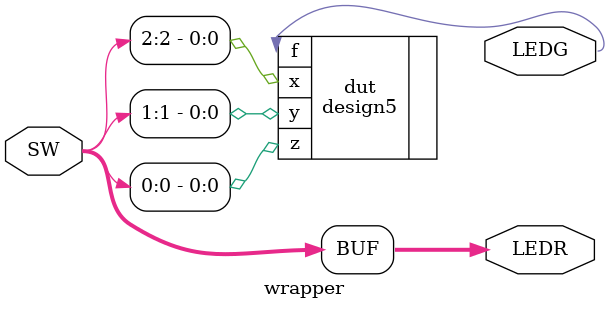
<source format=sv>
module wrapper (
  input logic [2:0] SW,
  output logic [2:0] LEDR,
  output logic [0:0] LEDG
);

design5 dut (
  .x(SW[2]),
  .y(SW[1]),
  .z(SW[0]),
  .f(LEDG[0])
);

assign LEDR = SW;

endmodule: wrapper

</source>
